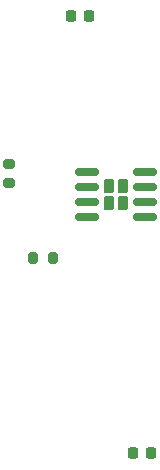
<source format=gbr>
%TF.GenerationSoftware,KiCad,Pcbnew,8.0.4*%
%TF.CreationDate,2024-08-13T18:30:55-04:00*%
%TF.ProjectId,op amp circuit,6f702061-6d70-4206-9369-72637569742e,rev?*%
%TF.SameCoordinates,Original*%
%TF.FileFunction,Paste,Top*%
%TF.FilePolarity,Positive*%
%FSLAX46Y46*%
G04 Gerber Fmt 4.6, Leading zero omitted, Abs format (unit mm)*
G04 Created by KiCad (PCBNEW 8.0.4) date 2024-08-13 18:30:55*
%MOMM*%
%LPD*%
G01*
G04 APERTURE LIST*
G04 Aperture macros list*
%AMRoundRect*
0 Rectangle with rounded corners*
0 $1 Rounding radius*
0 $2 $3 $4 $5 $6 $7 $8 $9 X,Y pos of 4 corners*
0 Add a 4 corners polygon primitive as box body*
4,1,4,$2,$3,$4,$5,$6,$7,$8,$9,$2,$3,0*
0 Add four circle primitives for the rounded corners*
1,1,$1+$1,$2,$3*
1,1,$1+$1,$4,$5*
1,1,$1+$1,$6,$7*
1,1,$1+$1,$8,$9*
0 Add four rect primitives between the rounded corners*
20,1,$1+$1,$2,$3,$4,$5,0*
20,1,$1+$1,$4,$5,$6,$7,0*
20,1,$1+$1,$6,$7,$8,$9,0*
20,1,$1+$1,$8,$9,$2,$3,0*%
G04 Aperture macros list end*
%ADD10RoundRect,0.200000X0.275000X-0.200000X0.275000X0.200000X-0.275000X0.200000X-0.275000X-0.200000X0*%
%ADD11RoundRect,0.225000X-0.225000X-0.250000X0.225000X-0.250000X0.225000X0.250000X-0.225000X0.250000X0*%
%ADD12RoundRect,0.230000X-0.230000X-0.375000X0.230000X-0.375000X0.230000X0.375000X-0.230000X0.375000X0*%
%ADD13RoundRect,0.150000X-0.825000X-0.150000X0.825000X-0.150000X0.825000X0.150000X-0.825000X0.150000X0*%
%ADD14RoundRect,0.200000X-0.200000X-0.275000X0.200000X-0.275000X0.200000X0.275000X-0.200000X0.275000X0*%
%ADD15RoundRect,0.225000X0.225000X0.250000X-0.225000X0.250000X-0.225000X-0.250000X0.225000X-0.250000X0*%
G04 APERTURE END LIST*
D10*
%TO.C,R1*%
X116500000Y-121150000D03*
X116500000Y-119500000D03*
%TD*%
D11*
%TO.C,C2*%
X126950000Y-144000000D03*
X128500000Y-144000000D03*
%TD*%
D12*
%TO.C,U1*%
X124955000Y-121345000D03*
X124955000Y-122845000D03*
X126095000Y-121345000D03*
X126095000Y-122845000D03*
D13*
X123050000Y-120190000D03*
X123050000Y-121460000D03*
X123050000Y-122730000D03*
X123050000Y-124000000D03*
X128000000Y-124000000D03*
X128000000Y-122730000D03*
X128000000Y-121460000D03*
X128000000Y-120190000D03*
%TD*%
D14*
%TO.C,R2*%
X118500000Y-127500000D03*
X120150000Y-127500000D03*
%TD*%
D15*
%TO.C,C1*%
X123275000Y-107000000D03*
X121725000Y-107000000D03*
%TD*%
M02*

</source>
